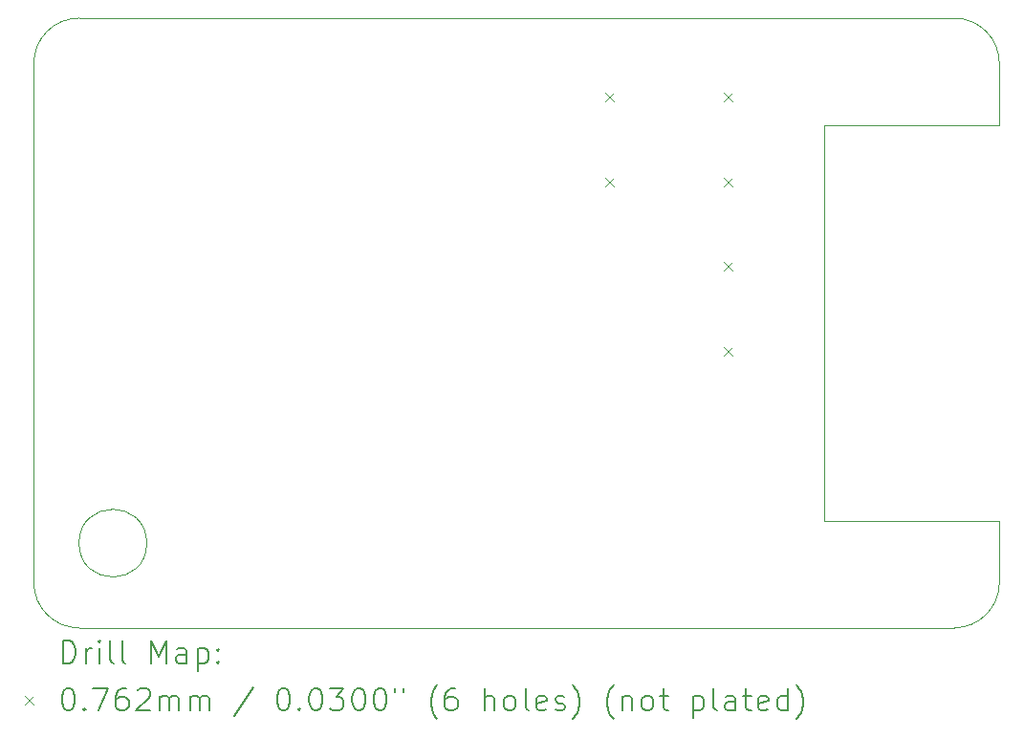
<source format=gbr>
%TF.GenerationSoftware,KiCad,Pcbnew,8.0.8*%
%TF.CreationDate,2025-07-15T17:28:02-07:00*%
%TF.ProjectId,Map Lights,4d617020-4c69-4676-9874-732e6b696361,rev?*%
%TF.SameCoordinates,Original*%
%TF.FileFunction,Drillmap*%
%TF.FilePolarity,Positive*%
%FSLAX45Y45*%
G04 Gerber Fmt 4.5, Leading zero omitted, Abs format (unit mm)*
G04 Created by KiCad (PCBNEW 8.0.8) date 2025-07-15 17:28:02*
%MOMM*%
%LPD*%
G01*
G04 APERTURE LIST*
%ADD10C,0.050000*%
%ADD11C,0.200000*%
%ADD12C,0.100000*%
G04 APERTURE END LIST*
D10*
X10900000Y-7350000D02*
X18650000Y-7350000D01*
X19050000Y-11800000D02*
X19050000Y-12350000D01*
X18650000Y-7350000D02*
G75*
G02*
X19050000Y-7750000I0J-400000D01*
G01*
X18650000Y-12750000D02*
X10900000Y-12750000D01*
X17500000Y-8300000D02*
X17500000Y-11800000D01*
X19050000Y-8300000D02*
X17500000Y-8300000D01*
X17500000Y-11800000D02*
X19050000Y-11800000D01*
X11500000Y-12000000D02*
G75*
G02*
X10900000Y-12000000I-300000J0D01*
G01*
X10900000Y-12000000D02*
G75*
G02*
X11500000Y-12000000I300000J0D01*
G01*
X19050000Y-12350000D02*
G75*
G02*
X18650000Y-12750000I-400000J0D01*
G01*
X10500000Y-7750000D02*
G75*
G02*
X10900000Y-7350000I400000J0D01*
G01*
X10500000Y-12350000D02*
X10500000Y-7750000D01*
X19050000Y-7750000D02*
X19050000Y-8300000D01*
X10900000Y-12750000D02*
G75*
G02*
X10500000Y-12350000I0J400000D01*
G01*
D11*
D12*
X15561900Y-8011900D02*
X15638100Y-8088100D01*
X15638100Y-8011900D02*
X15561900Y-8088100D01*
X15561900Y-8761900D02*
X15638100Y-8838100D01*
X15638100Y-8761900D02*
X15561900Y-8838100D01*
X16611900Y-8011900D02*
X16688100Y-8088100D01*
X16688100Y-8011900D02*
X16611900Y-8088100D01*
X16611900Y-8761900D02*
X16688100Y-8838100D01*
X16688100Y-8761900D02*
X16611900Y-8838100D01*
X16611900Y-9511900D02*
X16688100Y-9588100D01*
X16688100Y-9511900D02*
X16611900Y-9588100D01*
X16611900Y-10261900D02*
X16688100Y-10338100D01*
X16688100Y-10261900D02*
X16611900Y-10338100D01*
D11*
X10758277Y-13063984D02*
X10758277Y-12863984D01*
X10758277Y-12863984D02*
X10805896Y-12863984D01*
X10805896Y-12863984D02*
X10834467Y-12873508D01*
X10834467Y-12873508D02*
X10853515Y-12892555D01*
X10853515Y-12892555D02*
X10863039Y-12911603D01*
X10863039Y-12911603D02*
X10872563Y-12949698D01*
X10872563Y-12949698D02*
X10872563Y-12978269D01*
X10872563Y-12978269D02*
X10863039Y-13016365D01*
X10863039Y-13016365D02*
X10853515Y-13035412D01*
X10853515Y-13035412D02*
X10834467Y-13054460D01*
X10834467Y-13054460D02*
X10805896Y-13063984D01*
X10805896Y-13063984D02*
X10758277Y-13063984D01*
X10958277Y-13063984D02*
X10958277Y-12930650D01*
X10958277Y-12968746D02*
X10967801Y-12949698D01*
X10967801Y-12949698D02*
X10977324Y-12940174D01*
X10977324Y-12940174D02*
X10996372Y-12930650D01*
X10996372Y-12930650D02*
X11015420Y-12930650D01*
X11082086Y-13063984D02*
X11082086Y-12930650D01*
X11082086Y-12863984D02*
X11072563Y-12873508D01*
X11072563Y-12873508D02*
X11082086Y-12883031D01*
X11082086Y-12883031D02*
X11091610Y-12873508D01*
X11091610Y-12873508D02*
X11082086Y-12863984D01*
X11082086Y-12863984D02*
X11082086Y-12883031D01*
X11205896Y-13063984D02*
X11186848Y-13054460D01*
X11186848Y-13054460D02*
X11177324Y-13035412D01*
X11177324Y-13035412D02*
X11177324Y-12863984D01*
X11310658Y-13063984D02*
X11291610Y-13054460D01*
X11291610Y-13054460D02*
X11282086Y-13035412D01*
X11282086Y-13035412D02*
X11282086Y-12863984D01*
X11539229Y-13063984D02*
X11539229Y-12863984D01*
X11539229Y-12863984D02*
X11605896Y-13006841D01*
X11605896Y-13006841D02*
X11672562Y-12863984D01*
X11672562Y-12863984D02*
X11672562Y-13063984D01*
X11853515Y-13063984D02*
X11853515Y-12959222D01*
X11853515Y-12959222D02*
X11843991Y-12940174D01*
X11843991Y-12940174D02*
X11824943Y-12930650D01*
X11824943Y-12930650D02*
X11786848Y-12930650D01*
X11786848Y-12930650D02*
X11767801Y-12940174D01*
X11853515Y-13054460D02*
X11834467Y-13063984D01*
X11834467Y-13063984D02*
X11786848Y-13063984D01*
X11786848Y-13063984D02*
X11767801Y-13054460D01*
X11767801Y-13054460D02*
X11758277Y-13035412D01*
X11758277Y-13035412D02*
X11758277Y-13016365D01*
X11758277Y-13016365D02*
X11767801Y-12997317D01*
X11767801Y-12997317D02*
X11786848Y-12987793D01*
X11786848Y-12987793D02*
X11834467Y-12987793D01*
X11834467Y-12987793D02*
X11853515Y-12978269D01*
X11948753Y-12930650D02*
X11948753Y-13130650D01*
X11948753Y-12940174D02*
X11967801Y-12930650D01*
X11967801Y-12930650D02*
X12005896Y-12930650D01*
X12005896Y-12930650D02*
X12024943Y-12940174D01*
X12024943Y-12940174D02*
X12034467Y-12949698D01*
X12034467Y-12949698D02*
X12043991Y-12968746D01*
X12043991Y-12968746D02*
X12043991Y-13025888D01*
X12043991Y-13025888D02*
X12034467Y-13044936D01*
X12034467Y-13044936D02*
X12024943Y-13054460D01*
X12024943Y-13054460D02*
X12005896Y-13063984D01*
X12005896Y-13063984D02*
X11967801Y-13063984D01*
X11967801Y-13063984D02*
X11948753Y-13054460D01*
X12129705Y-13044936D02*
X12139229Y-13054460D01*
X12139229Y-13054460D02*
X12129705Y-13063984D01*
X12129705Y-13063984D02*
X12120182Y-13054460D01*
X12120182Y-13054460D02*
X12129705Y-13044936D01*
X12129705Y-13044936D02*
X12129705Y-13063984D01*
X12129705Y-12940174D02*
X12139229Y-12949698D01*
X12139229Y-12949698D02*
X12129705Y-12959222D01*
X12129705Y-12959222D02*
X12120182Y-12949698D01*
X12120182Y-12949698D02*
X12129705Y-12940174D01*
X12129705Y-12940174D02*
X12129705Y-12959222D01*
D12*
X10421300Y-13354400D02*
X10497500Y-13430600D01*
X10497500Y-13354400D02*
X10421300Y-13430600D01*
D11*
X10796372Y-13283984D02*
X10815420Y-13283984D01*
X10815420Y-13283984D02*
X10834467Y-13293508D01*
X10834467Y-13293508D02*
X10843991Y-13303031D01*
X10843991Y-13303031D02*
X10853515Y-13322079D01*
X10853515Y-13322079D02*
X10863039Y-13360174D01*
X10863039Y-13360174D02*
X10863039Y-13407793D01*
X10863039Y-13407793D02*
X10853515Y-13445888D01*
X10853515Y-13445888D02*
X10843991Y-13464936D01*
X10843991Y-13464936D02*
X10834467Y-13474460D01*
X10834467Y-13474460D02*
X10815420Y-13483984D01*
X10815420Y-13483984D02*
X10796372Y-13483984D01*
X10796372Y-13483984D02*
X10777324Y-13474460D01*
X10777324Y-13474460D02*
X10767801Y-13464936D01*
X10767801Y-13464936D02*
X10758277Y-13445888D01*
X10758277Y-13445888D02*
X10748753Y-13407793D01*
X10748753Y-13407793D02*
X10748753Y-13360174D01*
X10748753Y-13360174D02*
X10758277Y-13322079D01*
X10758277Y-13322079D02*
X10767801Y-13303031D01*
X10767801Y-13303031D02*
X10777324Y-13293508D01*
X10777324Y-13293508D02*
X10796372Y-13283984D01*
X10948753Y-13464936D02*
X10958277Y-13474460D01*
X10958277Y-13474460D02*
X10948753Y-13483984D01*
X10948753Y-13483984D02*
X10939229Y-13474460D01*
X10939229Y-13474460D02*
X10948753Y-13464936D01*
X10948753Y-13464936D02*
X10948753Y-13483984D01*
X11024944Y-13283984D02*
X11158277Y-13283984D01*
X11158277Y-13283984D02*
X11072563Y-13483984D01*
X11320182Y-13283984D02*
X11282086Y-13283984D01*
X11282086Y-13283984D02*
X11263039Y-13293508D01*
X11263039Y-13293508D02*
X11253515Y-13303031D01*
X11253515Y-13303031D02*
X11234467Y-13331603D01*
X11234467Y-13331603D02*
X11224943Y-13369698D01*
X11224943Y-13369698D02*
X11224943Y-13445888D01*
X11224943Y-13445888D02*
X11234467Y-13464936D01*
X11234467Y-13464936D02*
X11243991Y-13474460D01*
X11243991Y-13474460D02*
X11263039Y-13483984D01*
X11263039Y-13483984D02*
X11301134Y-13483984D01*
X11301134Y-13483984D02*
X11320182Y-13474460D01*
X11320182Y-13474460D02*
X11329705Y-13464936D01*
X11329705Y-13464936D02*
X11339229Y-13445888D01*
X11339229Y-13445888D02*
X11339229Y-13398269D01*
X11339229Y-13398269D02*
X11329705Y-13379222D01*
X11329705Y-13379222D02*
X11320182Y-13369698D01*
X11320182Y-13369698D02*
X11301134Y-13360174D01*
X11301134Y-13360174D02*
X11263039Y-13360174D01*
X11263039Y-13360174D02*
X11243991Y-13369698D01*
X11243991Y-13369698D02*
X11234467Y-13379222D01*
X11234467Y-13379222D02*
X11224943Y-13398269D01*
X11415420Y-13303031D02*
X11424943Y-13293508D01*
X11424943Y-13293508D02*
X11443991Y-13283984D01*
X11443991Y-13283984D02*
X11491610Y-13283984D01*
X11491610Y-13283984D02*
X11510658Y-13293508D01*
X11510658Y-13293508D02*
X11520182Y-13303031D01*
X11520182Y-13303031D02*
X11529705Y-13322079D01*
X11529705Y-13322079D02*
X11529705Y-13341127D01*
X11529705Y-13341127D02*
X11520182Y-13369698D01*
X11520182Y-13369698D02*
X11405896Y-13483984D01*
X11405896Y-13483984D02*
X11529705Y-13483984D01*
X11615420Y-13483984D02*
X11615420Y-13350650D01*
X11615420Y-13369698D02*
X11624943Y-13360174D01*
X11624943Y-13360174D02*
X11643991Y-13350650D01*
X11643991Y-13350650D02*
X11672563Y-13350650D01*
X11672563Y-13350650D02*
X11691610Y-13360174D01*
X11691610Y-13360174D02*
X11701134Y-13379222D01*
X11701134Y-13379222D02*
X11701134Y-13483984D01*
X11701134Y-13379222D02*
X11710658Y-13360174D01*
X11710658Y-13360174D02*
X11729705Y-13350650D01*
X11729705Y-13350650D02*
X11758277Y-13350650D01*
X11758277Y-13350650D02*
X11777324Y-13360174D01*
X11777324Y-13360174D02*
X11786848Y-13379222D01*
X11786848Y-13379222D02*
X11786848Y-13483984D01*
X11882086Y-13483984D02*
X11882086Y-13350650D01*
X11882086Y-13369698D02*
X11891610Y-13360174D01*
X11891610Y-13360174D02*
X11910658Y-13350650D01*
X11910658Y-13350650D02*
X11939229Y-13350650D01*
X11939229Y-13350650D02*
X11958277Y-13360174D01*
X11958277Y-13360174D02*
X11967801Y-13379222D01*
X11967801Y-13379222D02*
X11967801Y-13483984D01*
X11967801Y-13379222D02*
X11977324Y-13360174D01*
X11977324Y-13360174D02*
X11996372Y-13350650D01*
X11996372Y-13350650D02*
X12024943Y-13350650D01*
X12024943Y-13350650D02*
X12043991Y-13360174D01*
X12043991Y-13360174D02*
X12053515Y-13379222D01*
X12053515Y-13379222D02*
X12053515Y-13483984D01*
X12443991Y-13274460D02*
X12272563Y-13531603D01*
X12701134Y-13283984D02*
X12720182Y-13283984D01*
X12720182Y-13283984D02*
X12739229Y-13293508D01*
X12739229Y-13293508D02*
X12748753Y-13303031D01*
X12748753Y-13303031D02*
X12758277Y-13322079D01*
X12758277Y-13322079D02*
X12767801Y-13360174D01*
X12767801Y-13360174D02*
X12767801Y-13407793D01*
X12767801Y-13407793D02*
X12758277Y-13445888D01*
X12758277Y-13445888D02*
X12748753Y-13464936D01*
X12748753Y-13464936D02*
X12739229Y-13474460D01*
X12739229Y-13474460D02*
X12720182Y-13483984D01*
X12720182Y-13483984D02*
X12701134Y-13483984D01*
X12701134Y-13483984D02*
X12682086Y-13474460D01*
X12682086Y-13474460D02*
X12672563Y-13464936D01*
X12672563Y-13464936D02*
X12663039Y-13445888D01*
X12663039Y-13445888D02*
X12653515Y-13407793D01*
X12653515Y-13407793D02*
X12653515Y-13360174D01*
X12653515Y-13360174D02*
X12663039Y-13322079D01*
X12663039Y-13322079D02*
X12672563Y-13303031D01*
X12672563Y-13303031D02*
X12682086Y-13293508D01*
X12682086Y-13293508D02*
X12701134Y-13283984D01*
X12853515Y-13464936D02*
X12863039Y-13474460D01*
X12863039Y-13474460D02*
X12853515Y-13483984D01*
X12853515Y-13483984D02*
X12843991Y-13474460D01*
X12843991Y-13474460D02*
X12853515Y-13464936D01*
X12853515Y-13464936D02*
X12853515Y-13483984D01*
X12986848Y-13283984D02*
X13005896Y-13283984D01*
X13005896Y-13283984D02*
X13024944Y-13293508D01*
X13024944Y-13293508D02*
X13034467Y-13303031D01*
X13034467Y-13303031D02*
X13043991Y-13322079D01*
X13043991Y-13322079D02*
X13053515Y-13360174D01*
X13053515Y-13360174D02*
X13053515Y-13407793D01*
X13053515Y-13407793D02*
X13043991Y-13445888D01*
X13043991Y-13445888D02*
X13034467Y-13464936D01*
X13034467Y-13464936D02*
X13024944Y-13474460D01*
X13024944Y-13474460D02*
X13005896Y-13483984D01*
X13005896Y-13483984D02*
X12986848Y-13483984D01*
X12986848Y-13483984D02*
X12967801Y-13474460D01*
X12967801Y-13474460D02*
X12958277Y-13464936D01*
X12958277Y-13464936D02*
X12948753Y-13445888D01*
X12948753Y-13445888D02*
X12939229Y-13407793D01*
X12939229Y-13407793D02*
X12939229Y-13360174D01*
X12939229Y-13360174D02*
X12948753Y-13322079D01*
X12948753Y-13322079D02*
X12958277Y-13303031D01*
X12958277Y-13303031D02*
X12967801Y-13293508D01*
X12967801Y-13293508D02*
X12986848Y-13283984D01*
X13120182Y-13283984D02*
X13243991Y-13283984D01*
X13243991Y-13283984D02*
X13177325Y-13360174D01*
X13177325Y-13360174D02*
X13205896Y-13360174D01*
X13205896Y-13360174D02*
X13224944Y-13369698D01*
X13224944Y-13369698D02*
X13234467Y-13379222D01*
X13234467Y-13379222D02*
X13243991Y-13398269D01*
X13243991Y-13398269D02*
X13243991Y-13445888D01*
X13243991Y-13445888D02*
X13234467Y-13464936D01*
X13234467Y-13464936D02*
X13224944Y-13474460D01*
X13224944Y-13474460D02*
X13205896Y-13483984D01*
X13205896Y-13483984D02*
X13148753Y-13483984D01*
X13148753Y-13483984D02*
X13129706Y-13474460D01*
X13129706Y-13474460D02*
X13120182Y-13464936D01*
X13367801Y-13283984D02*
X13386848Y-13283984D01*
X13386848Y-13283984D02*
X13405896Y-13293508D01*
X13405896Y-13293508D02*
X13415420Y-13303031D01*
X13415420Y-13303031D02*
X13424944Y-13322079D01*
X13424944Y-13322079D02*
X13434467Y-13360174D01*
X13434467Y-13360174D02*
X13434467Y-13407793D01*
X13434467Y-13407793D02*
X13424944Y-13445888D01*
X13424944Y-13445888D02*
X13415420Y-13464936D01*
X13415420Y-13464936D02*
X13405896Y-13474460D01*
X13405896Y-13474460D02*
X13386848Y-13483984D01*
X13386848Y-13483984D02*
X13367801Y-13483984D01*
X13367801Y-13483984D02*
X13348753Y-13474460D01*
X13348753Y-13474460D02*
X13339229Y-13464936D01*
X13339229Y-13464936D02*
X13329706Y-13445888D01*
X13329706Y-13445888D02*
X13320182Y-13407793D01*
X13320182Y-13407793D02*
X13320182Y-13360174D01*
X13320182Y-13360174D02*
X13329706Y-13322079D01*
X13329706Y-13322079D02*
X13339229Y-13303031D01*
X13339229Y-13303031D02*
X13348753Y-13293508D01*
X13348753Y-13293508D02*
X13367801Y-13283984D01*
X13558277Y-13283984D02*
X13577325Y-13283984D01*
X13577325Y-13283984D02*
X13596372Y-13293508D01*
X13596372Y-13293508D02*
X13605896Y-13303031D01*
X13605896Y-13303031D02*
X13615420Y-13322079D01*
X13615420Y-13322079D02*
X13624944Y-13360174D01*
X13624944Y-13360174D02*
X13624944Y-13407793D01*
X13624944Y-13407793D02*
X13615420Y-13445888D01*
X13615420Y-13445888D02*
X13605896Y-13464936D01*
X13605896Y-13464936D02*
X13596372Y-13474460D01*
X13596372Y-13474460D02*
X13577325Y-13483984D01*
X13577325Y-13483984D02*
X13558277Y-13483984D01*
X13558277Y-13483984D02*
X13539229Y-13474460D01*
X13539229Y-13474460D02*
X13529706Y-13464936D01*
X13529706Y-13464936D02*
X13520182Y-13445888D01*
X13520182Y-13445888D02*
X13510658Y-13407793D01*
X13510658Y-13407793D02*
X13510658Y-13360174D01*
X13510658Y-13360174D02*
X13520182Y-13322079D01*
X13520182Y-13322079D02*
X13529706Y-13303031D01*
X13529706Y-13303031D02*
X13539229Y-13293508D01*
X13539229Y-13293508D02*
X13558277Y-13283984D01*
X13701134Y-13283984D02*
X13701134Y-13322079D01*
X13777325Y-13283984D02*
X13777325Y-13322079D01*
X14072563Y-13560174D02*
X14063039Y-13550650D01*
X14063039Y-13550650D02*
X14043991Y-13522079D01*
X14043991Y-13522079D02*
X14034468Y-13503031D01*
X14034468Y-13503031D02*
X14024944Y-13474460D01*
X14024944Y-13474460D02*
X14015420Y-13426841D01*
X14015420Y-13426841D02*
X14015420Y-13388746D01*
X14015420Y-13388746D02*
X14024944Y-13341127D01*
X14024944Y-13341127D02*
X14034468Y-13312555D01*
X14034468Y-13312555D02*
X14043991Y-13293508D01*
X14043991Y-13293508D02*
X14063039Y-13264936D01*
X14063039Y-13264936D02*
X14072563Y-13255412D01*
X14234468Y-13283984D02*
X14196372Y-13283984D01*
X14196372Y-13283984D02*
X14177325Y-13293508D01*
X14177325Y-13293508D02*
X14167801Y-13303031D01*
X14167801Y-13303031D02*
X14148753Y-13331603D01*
X14148753Y-13331603D02*
X14139229Y-13369698D01*
X14139229Y-13369698D02*
X14139229Y-13445888D01*
X14139229Y-13445888D02*
X14148753Y-13464936D01*
X14148753Y-13464936D02*
X14158277Y-13474460D01*
X14158277Y-13474460D02*
X14177325Y-13483984D01*
X14177325Y-13483984D02*
X14215420Y-13483984D01*
X14215420Y-13483984D02*
X14234468Y-13474460D01*
X14234468Y-13474460D02*
X14243991Y-13464936D01*
X14243991Y-13464936D02*
X14253515Y-13445888D01*
X14253515Y-13445888D02*
X14253515Y-13398269D01*
X14253515Y-13398269D02*
X14243991Y-13379222D01*
X14243991Y-13379222D02*
X14234468Y-13369698D01*
X14234468Y-13369698D02*
X14215420Y-13360174D01*
X14215420Y-13360174D02*
X14177325Y-13360174D01*
X14177325Y-13360174D02*
X14158277Y-13369698D01*
X14158277Y-13369698D02*
X14148753Y-13379222D01*
X14148753Y-13379222D02*
X14139229Y-13398269D01*
X14491610Y-13483984D02*
X14491610Y-13283984D01*
X14577325Y-13483984D02*
X14577325Y-13379222D01*
X14577325Y-13379222D02*
X14567801Y-13360174D01*
X14567801Y-13360174D02*
X14548753Y-13350650D01*
X14548753Y-13350650D02*
X14520182Y-13350650D01*
X14520182Y-13350650D02*
X14501134Y-13360174D01*
X14501134Y-13360174D02*
X14491610Y-13369698D01*
X14701134Y-13483984D02*
X14682087Y-13474460D01*
X14682087Y-13474460D02*
X14672563Y-13464936D01*
X14672563Y-13464936D02*
X14663039Y-13445888D01*
X14663039Y-13445888D02*
X14663039Y-13388746D01*
X14663039Y-13388746D02*
X14672563Y-13369698D01*
X14672563Y-13369698D02*
X14682087Y-13360174D01*
X14682087Y-13360174D02*
X14701134Y-13350650D01*
X14701134Y-13350650D02*
X14729706Y-13350650D01*
X14729706Y-13350650D02*
X14748753Y-13360174D01*
X14748753Y-13360174D02*
X14758277Y-13369698D01*
X14758277Y-13369698D02*
X14767801Y-13388746D01*
X14767801Y-13388746D02*
X14767801Y-13445888D01*
X14767801Y-13445888D02*
X14758277Y-13464936D01*
X14758277Y-13464936D02*
X14748753Y-13474460D01*
X14748753Y-13474460D02*
X14729706Y-13483984D01*
X14729706Y-13483984D02*
X14701134Y-13483984D01*
X14882087Y-13483984D02*
X14863039Y-13474460D01*
X14863039Y-13474460D02*
X14853515Y-13455412D01*
X14853515Y-13455412D02*
X14853515Y-13283984D01*
X15034468Y-13474460D02*
X15015420Y-13483984D01*
X15015420Y-13483984D02*
X14977325Y-13483984D01*
X14977325Y-13483984D02*
X14958277Y-13474460D01*
X14958277Y-13474460D02*
X14948753Y-13455412D01*
X14948753Y-13455412D02*
X14948753Y-13379222D01*
X14948753Y-13379222D02*
X14958277Y-13360174D01*
X14958277Y-13360174D02*
X14977325Y-13350650D01*
X14977325Y-13350650D02*
X15015420Y-13350650D01*
X15015420Y-13350650D02*
X15034468Y-13360174D01*
X15034468Y-13360174D02*
X15043991Y-13379222D01*
X15043991Y-13379222D02*
X15043991Y-13398269D01*
X15043991Y-13398269D02*
X14948753Y-13417317D01*
X15120182Y-13474460D02*
X15139230Y-13483984D01*
X15139230Y-13483984D02*
X15177325Y-13483984D01*
X15177325Y-13483984D02*
X15196372Y-13474460D01*
X15196372Y-13474460D02*
X15205896Y-13455412D01*
X15205896Y-13455412D02*
X15205896Y-13445888D01*
X15205896Y-13445888D02*
X15196372Y-13426841D01*
X15196372Y-13426841D02*
X15177325Y-13417317D01*
X15177325Y-13417317D02*
X15148753Y-13417317D01*
X15148753Y-13417317D02*
X15129706Y-13407793D01*
X15129706Y-13407793D02*
X15120182Y-13388746D01*
X15120182Y-13388746D02*
X15120182Y-13379222D01*
X15120182Y-13379222D02*
X15129706Y-13360174D01*
X15129706Y-13360174D02*
X15148753Y-13350650D01*
X15148753Y-13350650D02*
X15177325Y-13350650D01*
X15177325Y-13350650D02*
X15196372Y-13360174D01*
X15272563Y-13560174D02*
X15282087Y-13550650D01*
X15282087Y-13550650D02*
X15301134Y-13522079D01*
X15301134Y-13522079D02*
X15310658Y-13503031D01*
X15310658Y-13503031D02*
X15320182Y-13474460D01*
X15320182Y-13474460D02*
X15329706Y-13426841D01*
X15329706Y-13426841D02*
X15329706Y-13388746D01*
X15329706Y-13388746D02*
X15320182Y-13341127D01*
X15320182Y-13341127D02*
X15310658Y-13312555D01*
X15310658Y-13312555D02*
X15301134Y-13293508D01*
X15301134Y-13293508D02*
X15282087Y-13264936D01*
X15282087Y-13264936D02*
X15272563Y-13255412D01*
X15634468Y-13560174D02*
X15624944Y-13550650D01*
X15624944Y-13550650D02*
X15605896Y-13522079D01*
X15605896Y-13522079D02*
X15596372Y-13503031D01*
X15596372Y-13503031D02*
X15586849Y-13474460D01*
X15586849Y-13474460D02*
X15577325Y-13426841D01*
X15577325Y-13426841D02*
X15577325Y-13388746D01*
X15577325Y-13388746D02*
X15586849Y-13341127D01*
X15586849Y-13341127D02*
X15596372Y-13312555D01*
X15596372Y-13312555D02*
X15605896Y-13293508D01*
X15605896Y-13293508D02*
X15624944Y-13264936D01*
X15624944Y-13264936D02*
X15634468Y-13255412D01*
X15710658Y-13350650D02*
X15710658Y-13483984D01*
X15710658Y-13369698D02*
X15720182Y-13360174D01*
X15720182Y-13360174D02*
X15739230Y-13350650D01*
X15739230Y-13350650D02*
X15767801Y-13350650D01*
X15767801Y-13350650D02*
X15786849Y-13360174D01*
X15786849Y-13360174D02*
X15796372Y-13379222D01*
X15796372Y-13379222D02*
X15796372Y-13483984D01*
X15920182Y-13483984D02*
X15901134Y-13474460D01*
X15901134Y-13474460D02*
X15891611Y-13464936D01*
X15891611Y-13464936D02*
X15882087Y-13445888D01*
X15882087Y-13445888D02*
X15882087Y-13388746D01*
X15882087Y-13388746D02*
X15891611Y-13369698D01*
X15891611Y-13369698D02*
X15901134Y-13360174D01*
X15901134Y-13360174D02*
X15920182Y-13350650D01*
X15920182Y-13350650D02*
X15948753Y-13350650D01*
X15948753Y-13350650D02*
X15967801Y-13360174D01*
X15967801Y-13360174D02*
X15977325Y-13369698D01*
X15977325Y-13369698D02*
X15986849Y-13388746D01*
X15986849Y-13388746D02*
X15986849Y-13445888D01*
X15986849Y-13445888D02*
X15977325Y-13464936D01*
X15977325Y-13464936D02*
X15967801Y-13474460D01*
X15967801Y-13474460D02*
X15948753Y-13483984D01*
X15948753Y-13483984D02*
X15920182Y-13483984D01*
X16043992Y-13350650D02*
X16120182Y-13350650D01*
X16072563Y-13283984D02*
X16072563Y-13455412D01*
X16072563Y-13455412D02*
X16082087Y-13474460D01*
X16082087Y-13474460D02*
X16101134Y-13483984D01*
X16101134Y-13483984D02*
X16120182Y-13483984D01*
X16339230Y-13350650D02*
X16339230Y-13550650D01*
X16339230Y-13360174D02*
X16358277Y-13350650D01*
X16358277Y-13350650D02*
X16396373Y-13350650D01*
X16396373Y-13350650D02*
X16415420Y-13360174D01*
X16415420Y-13360174D02*
X16424944Y-13369698D01*
X16424944Y-13369698D02*
X16434468Y-13388746D01*
X16434468Y-13388746D02*
X16434468Y-13445888D01*
X16434468Y-13445888D02*
X16424944Y-13464936D01*
X16424944Y-13464936D02*
X16415420Y-13474460D01*
X16415420Y-13474460D02*
X16396373Y-13483984D01*
X16396373Y-13483984D02*
X16358277Y-13483984D01*
X16358277Y-13483984D02*
X16339230Y-13474460D01*
X16548753Y-13483984D02*
X16529706Y-13474460D01*
X16529706Y-13474460D02*
X16520182Y-13455412D01*
X16520182Y-13455412D02*
X16520182Y-13283984D01*
X16710658Y-13483984D02*
X16710658Y-13379222D01*
X16710658Y-13379222D02*
X16701134Y-13360174D01*
X16701134Y-13360174D02*
X16682087Y-13350650D01*
X16682087Y-13350650D02*
X16643992Y-13350650D01*
X16643992Y-13350650D02*
X16624944Y-13360174D01*
X16710658Y-13474460D02*
X16691611Y-13483984D01*
X16691611Y-13483984D02*
X16643992Y-13483984D01*
X16643992Y-13483984D02*
X16624944Y-13474460D01*
X16624944Y-13474460D02*
X16615420Y-13455412D01*
X16615420Y-13455412D02*
X16615420Y-13436365D01*
X16615420Y-13436365D02*
X16624944Y-13417317D01*
X16624944Y-13417317D02*
X16643992Y-13407793D01*
X16643992Y-13407793D02*
X16691611Y-13407793D01*
X16691611Y-13407793D02*
X16710658Y-13398269D01*
X16777325Y-13350650D02*
X16853515Y-13350650D01*
X16805896Y-13283984D02*
X16805896Y-13455412D01*
X16805896Y-13455412D02*
X16815420Y-13474460D01*
X16815420Y-13474460D02*
X16834468Y-13483984D01*
X16834468Y-13483984D02*
X16853515Y-13483984D01*
X16996373Y-13474460D02*
X16977325Y-13483984D01*
X16977325Y-13483984D02*
X16939230Y-13483984D01*
X16939230Y-13483984D02*
X16920182Y-13474460D01*
X16920182Y-13474460D02*
X16910658Y-13455412D01*
X16910658Y-13455412D02*
X16910658Y-13379222D01*
X16910658Y-13379222D02*
X16920182Y-13360174D01*
X16920182Y-13360174D02*
X16939230Y-13350650D01*
X16939230Y-13350650D02*
X16977325Y-13350650D01*
X16977325Y-13350650D02*
X16996373Y-13360174D01*
X16996373Y-13360174D02*
X17005896Y-13379222D01*
X17005896Y-13379222D02*
X17005896Y-13398269D01*
X17005896Y-13398269D02*
X16910658Y-13417317D01*
X17177325Y-13483984D02*
X17177325Y-13283984D01*
X17177325Y-13474460D02*
X17158277Y-13483984D01*
X17158277Y-13483984D02*
X17120182Y-13483984D01*
X17120182Y-13483984D02*
X17101135Y-13474460D01*
X17101135Y-13474460D02*
X17091611Y-13464936D01*
X17091611Y-13464936D02*
X17082087Y-13445888D01*
X17082087Y-13445888D02*
X17082087Y-13388746D01*
X17082087Y-13388746D02*
X17091611Y-13369698D01*
X17091611Y-13369698D02*
X17101135Y-13360174D01*
X17101135Y-13360174D02*
X17120182Y-13350650D01*
X17120182Y-13350650D02*
X17158277Y-13350650D01*
X17158277Y-13350650D02*
X17177325Y-13360174D01*
X17253516Y-13560174D02*
X17263039Y-13550650D01*
X17263039Y-13550650D02*
X17282087Y-13522079D01*
X17282087Y-13522079D02*
X17291611Y-13503031D01*
X17291611Y-13503031D02*
X17301135Y-13474460D01*
X17301135Y-13474460D02*
X17310658Y-13426841D01*
X17310658Y-13426841D02*
X17310658Y-13388746D01*
X17310658Y-13388746D02*
X17301135Y-13341127D01*
X17301135Y-13341127D02*
X17291611Y-13312555D01*
X17291611Y-13312555D02*
X17282087Y-13293508D01*
X17282087Y-13293508D02*
X17263039Y-13264936D01*
X17263039Y-13264936D02*
X17253516Y-13255412D01*
M02*

</source>
